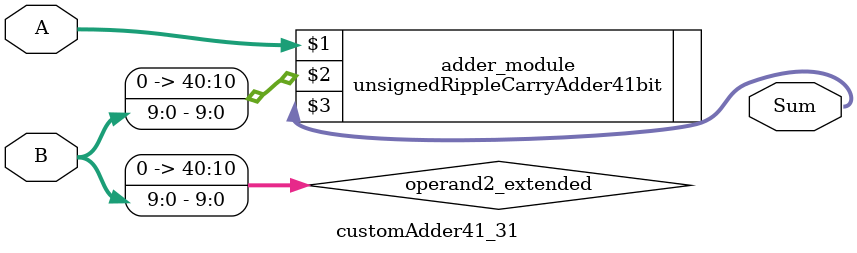
<source format=v>
module customAdder41_31(
                        input [40 : 0] A,
                        input [9 : 0] B,
                        
                        output [41 : 0] Sum
                );

        wire [40 : 0] operand2_extended;
        
        assign operand2_extended =  {31'b0, B};
        
        unsignedRippleCarryAdder41bit adder_module(
            A,
            operand2_extended,
            Sum
        );
        
        endmodule
        
</source>
